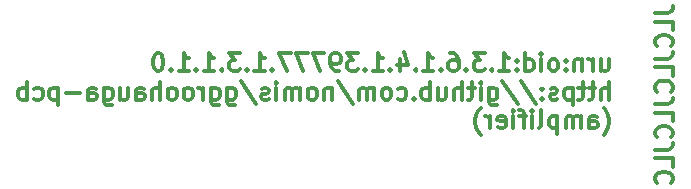
<source format=gbo>
G04 #@! TF.GenerationSoftware,KiCad,Pcbnew,8.0.9-8.0.9-0~ubuntu20.04.1*
G04 #@! TF.CreationDate,2025-03-28T22:00:34+00:00*
G04 #@! TF.ProjectId,ggroohauga-amplifier,6767726f-6f68-4617-9567-612d616d706c,rev?*
G04 #@! TF.SameCoordinates,Original*
G04 #@! TF.FileFunction,Legend,Bot*
G04 #@! TF.FilePolarity,Positive*
%FSLAX46Y46*%
G04 Gerber Fmt 4.6, Leading zero omitted, Abs format (unit mm)*
G04 Created by KiCad (PCBNEW 8.0.9-8.0.9-0~ubuntu20.04.1) date 2025-03-28 22:00:34*
%MOMM*%
%LPD*%
G01*
G04 APERTURE LIST*
G04 Aperture macros list*
%AMRoundRect*
0 Rectangle with rounded corners*
0 $1 Rounding radius*
0 $2 $3 $4 $5 $6 $7 $8 $9 X,Y pos of 4 corners*
0 Add a 4 corners polygon primitive as box body*
4,1,4,$2,$3,$4,$5,$6,$7,$8,$9,$2,$3,0*
0 Add four circle primitives for the rounded corners*
1,1,$1+$1,$2,$3*
1,1,$1+$1,$4,$5*
1,1,$1+$1,$6,$7*
1,1,$1+$1,$8,$9*
0 Add four rect primitives between the rounded corners*
20,1,$1+$1,$2,$3,$4,$5,0*
20,1,$1+$1,$4,$5,$6,$7,0*
20,1,$1+$1,$6,$7,$8,$9,0*
20,1,$1+$1,$8,$9,$2,$3,0*%
G04 Aperture macros list end*
%ADD10C,0.300000*%
%ADD11R,1.700000X1.700000*%
%ADD12O,1.700000X1.700000*%
%ADD13RoundRect,0.102000X-0.862500X0.862500X-0.862500X-0.862500X0.862500X-0.862500X0.862500X0.862500X0*%
%ADD14C,1.929000*%
%ADD15C,4.470000*%
G04 APERTURE END LIST*
D10*
X134444828Y-59403082D02*
X135516257Y-59403082D01*
X135516257Y-59403082D02*
X135730542Y-59331653D01*
X135730542Y-59331653D02*
X135873400Y-59188796D01*
X135873400Y-59188796D02*
X135944828Y-58974510D01*
X135944828Y-58974510D02*
X135944828Y-58831653D01*
X135944828Y-60831653D02*
X135944828Y-60117367D01*
X135944828Y-60117367D02*
X134444828Y-60117367D01*
X135801971Y-62188796D02*
X135873400Y-62117368D01*
X135873400Y-62117368D02*
X135944828Y-61903082D01*
X135944828Y-61903082D02*
X135944828Y-61760225D01*
X135944828Y-61760225D02*
X135873400Y-61545939D01*
X135873400Y-61545939D02*
X135730542Y-61403082D01*
X135730542Y-61403082D02*
X135587685Y-61331653D01*
X135587685Y-61331653D02*
X135301971Y-61260225D01*
X135301971Y-61260225D02*
X135087685Y-61260225D01*
X135087685Y-61260225D02*
X134801971Y-61331653D01*
X134801971Y-61331653D02*
X134659114Y-61403082D01*
X134659114Y-61403082D02*
X134516257Y-61545939D01*
X134516257Y-61545939D02*
X134444828Y-61760225D01*
X134444828Y-61760225D02*
X134444828Y-61903082D01*
X134444828Y-61903082D02*
X134516257Y-62117368D01*
X134516257Y-62117368D02*
X134587685Y-62188796D01*
X134444828Y-63260225D02*
X135516257Y-63260225D01*
X135516257Y-63260225D02*
X135730542Y-63188796D01*
X135730542Y-63188796D02*
X135873400Y-63045939D01*
X135873400Y-63045939D02*
X135944828Y-62831653D01*
X135944828Y-62831653D02*
X135944828Y-62688796D01*
X135944828Y-64688796D02*
X135944828Y-63974510D01*
X135944828Y-63974510D02*
X134444828Y-63974510D01*
X135801971Y-66045939D02*
X135873400Y-65974511D01*
X135873400Y-65974511D02*
X135944828Y-65760225D01*
X135944828Y-65760225D02*
X135944828Y-65617368D01*
X135944828Y-65617368D02*
X135873400Y-65403082D01*
X135873400Y-65403082D02*
X135730542Y-65260225D01*
X135730542Y-65260225D02*
X135587685Y-65188796D01*
X135587685Y-65188796D02*
X135301971Y-65117368D01*
X135301971Y-65117368D02*
X135087685Y-65117368D01*
X135087685Y-65117368D02*
X134801971Y-65188796D01*
X134801971Y-65188796D02*
X134659114Y-65260225D01*
X134659114Y-65260225D02*
X134516257Y-65403082D01*
X134516257Y-65403082D02*
X134444828Y-65617368D01*
X134444828Y-65617368D02*
X134444828Y-65760225D01*
X134444828Y-65760225D02*
X134516257Y-65974511D01*
X134516257Y-65974511D02*
X134587685Y-66045939D01*
X134444828Y-67117368D02*
X135516257Y-67117368D01*
X135516257Y-67117368D02*
X135730542Y-67045939D01*
X135730542Y-67045939D02*
X135873400Y-66903082D01*
X135873400Y-66903082D02*
X135944828Y-66688796D01*
X135944828Y-66688796D02*
X135944828Y-66545939D01*
X135944828Y-68545939D02*
X135944828Y-67831653D01*
X135944828Y-67831653D02*
X134444828Y-67831653D01*
X135801971Y-69903082D02*
X135873400Y-69831654D01*
X135873400Y-69831654D02*
X135944828Y-69617368D01*
X135944828Y-69617368D02*
X135944828Y-69474511D01*
X135944828Y-69474511D02*
X135873400Y-69260225D01*
X135873400Y-69260225D02*
X135730542Y-69117368D01*
X135730542Y-69117368D02*
X135587685Y-69045939D01*
X135587685Y-69045939D02*
X135301971Y-68974511D01*
X135301971Y-68974511D02*
X135087685Y-68974511D01*
X135087685Y-68974511D02*
X134801971Y-69045939D01*
X134801971Y-69045939D02*
X134659114Y-69117368D01*
X134659114Y-69117368D02*
X134516257Y-69260225D01*
X134516257Y-69260225D02*
X134444828Y-69474511D01*
X134444828Y-69474511D02*
X134444828Y-69617368D01*
X134444828Y-69617368D02*
X134516257Y-69831654D01*
X134516257Y-69831654D02*
X134587685Y-69903082D01*
X134444828Y-70974511D02*
X135516257Y-70974511D01*
X135516257Y-70974511D02*
X135730542Y-70903082D01*
X135730542Y-70903082D02*
X135873400Y-70760225D01*
X135873400Y-70760225D02*
X135944828Y-70545939D01*
X135944828Y-70545939D02*
X135944828Y-70403082D01*
X135944828Y-72403082D02*
X135944828Y-71688796D01*
X135944828Y-71688796D02*
X134444828Y-71688796D01*
X135801971Y-73760225D02*
X135873400Y-73688797D01*
X135873400Y-73688797D02*
X135944828Y-73474511D01*
X135944828Y-73474511D02*
X135944828Y-73331654D01*
X135944828Y-73331654D02*
X135873400Y-73117368D01*
X135873400Y-73117368D02*
X135730542Y-72974511D01*
X135730542Y-72974511D02*
X135587685Y-72903082D01*
X135587685Y-72903082D02*
X135301971Y-72831654D01*
X135301971Y-72831654D02*
X135087685Y-72831654D01*
X135087685Y-72831654D02*
X134801971Y-72903082D01*
X134801971Y-72903082D02*
X134659114Y-72974511D01*
X134659114Y-72974511D02*
X134516257Y-73117368D01*
X134516257Y-73117368D02*
X134444828Y-73331654D01*
X134444828Y-73331654D02*
X134444828Y-73474511D01*
X134444828Y-73474511D02*
X134516257Y-73688797D01*
X134516257Y-73688797D02*
X134587685Y-73760225D01*
X129866632Y-63303412D02*
X129866632Y-64303412D01*
X130509489Y-63303412D02*
X130509489Y-64089126D01*
X130509489Y-64089126D02*
X130438060Y-64231984D01*
X130438060Y-64231984D02*
X130295203Y-64303412D01*
X130295203Y-64303412D02*
X130080917Y-64303412D01*
X130080917Y-64303412D02*
X129938060Y-64231984D01*
X129938060Y-64231984D02*
X129866632Y-64160555D01*
X129152346Y-64303412D02*
X129152346Y-63303412D01*
X129152346Y-63589126D02*
X129080917Y-63446269D01*
X129080917Y-63446269D02*
X129009489Y-63374841D01*
X129009489Y-63374841D02*
X128866631Y-63303412D01*
X128866631Y-63303412D02*
X128723774Y-63303412D01*
X128223775Y-63303412D02*
X128223775Y-64303412D01*
X128223775Y-63446269D02*
X128152346Y-63374841D01*
X128152346Y-63374841D02*
X128009489Y-63303412D01*
X128009489Y-63303412D02*
X127795203Y-63303412D01*
X127795203Y-63303412D02*
X127652346Y-63374841D01*
X127652346Y-63374841D02*
X127580918Y-63517698D01*
X127580918Y-63517698D02*
X127580918Y-64303412D01*
X126866632Y-64160555D02*
X126795203Y-64231984D01*
X126795203Y-64231984D02*
X126866632Y-64303412D01*
X126866632Y-64303412D02*
X126938060Y-64231984D01*
X126938060Y-64231984D02*
X126866632Y-64160555D01*
X126866632Y-64160555D02*
X126866632Y-64303412D01*
X126866632Y-63374841D02*
X126795203Y-63446269D01*
X126795203Y-63446269D02*
X126866632Y-63517698D01*
X126866632Y-63517698D02*
X126938060Y-63446269D01*
X126938060Y-63446269D02*
X126866632Y-63374841D01*
X126866632Y-63374841D02*
X126866632Y-63517698D01*
X125938060Y-64303412D02*
X126080917Y-64231984D01*
X126080917Y-64231984D02*
X126152346Y-64160555D01*
X126152346Y-64160555D02*
X126223774Y-64017698D01*
X126223774Y-64017698D02*
X126223774Y-63589126D01*
X126223774Y-63589126D02*
X126152346Y-63446269D01*
X126152346Y-63446269D02*
X126080917Y-63374841D01*
X126080917Y-63374841D02*
X125938060Y-63303412D01*
X125938060Y-63303412D02*
X125723774Y-63303412D01*
X125723774Y-63303412D02*
X125580917Y-63374841D01*
X125580917Y-63374841D02*
X125509489Y-63446269D01*
X125509489Y-63446269D02*
X125438060Y-63589126D01*
X125438060Y-63589126D02*
X125438060Y-64017698D01*
X125438060Y-64017698D02*
X125509489Y-64160555D01*
X125509489Y-64160555D02*
X125580917Y-64231984D01*
X125580917Y-64231984D02*
X125723774Y-64303412D01*
X125723774Y-64303412D02*
X125938060Y-64303412D01*
X124795203Y-64303412D02*
X124795203Y-63303412D01*
X124795203Y-62803412D02*
X124866631Y-62874841D01*
X124866631Y-62874841D02*
X124795203Y-62946269D01*
X124795203Y-62946269D02*
X124723774Y-62874841D01*
X124723774Y-62874841D02*
X124795203Y-62803412D01*
X124795203Y-62803412D02*
X124795203Y-62946269D01*
X123438060Y-64303412D02*
X123438060Y-62803412D01*
X123438060Y-64231984D02*
X123580917Y-64303412D01*
X123580917Y-64303412D02*
X123866631Y-64303412D01*
X123866631Y-64303412D02*
X124009488Y-64231984D01*
X124009488Y-64231984D02*
X124080917Y-64160555D01*
X124080917Y-64160555D02*
X124152345Y-64017698D01*
X124152345Y-64017698D02*
X124152345Y-63589126D01*
X124152345Y-63589126D02*
X124080917Y-63446269D01*
X124080917Y-63446269D02*
X124009488Y-63374841D01*
X124009488Y-63374841D02*
X123866631Y-63303412D01*
X123866631Y-63303412D02*
X123580917Y-63303412D01*
X123580917Y-63303412D02*
X123438060Y-63374841D01*
X122723774Y-64160555D02*
X122652345Y-64231984D01*
X122652345Y-64231984D02*
X122723774Y-64303412D01*
X122723774Y-64303412D02*
X122795202Y-64231984D01*
X122795202Y-64231984D02*
X122723774Y-64160555D01*
X122723774Y-64160555D02*
X122723774Y-64303412D01*
X122723774Y-63374841D02*
X122652345Y-63446269D01*
X122652345Y-63446269D02*
X122723774Y-63517698D01*
X122723774Y-63517698D02*
X122795202Y-63446269D01*
X122795202Y-63446269D02*
X122723774Y-63374841D01*
X122723774Y-63374841D02*
X122723774Y-63517698D01*
X121223773Y-64303412D02*
X122080916Y-64303412D01*
X121652345Y-64303412D02*
X121652345Y-62803412D01*
X121652345Y-62803412D02*
X121795202Y-63017698D01*
X121795202Y-63017698D02*
X121938059Y-63160555D01*
X121938059Y-63160555D02*
X122080916Y-63231984D01*
X120580917Y-64160555D02*
X120509488Y-64231984D01*
X120509488Y-64231984D02*
X120580917Y-64303412D01*
X120580917Y-64303412D02*
X120652345Y-64231984D01*
X120652345Y-64231984D02*
X120580917Y-64160555D01*
X120580917Y-64160555D02*
X120580917Y-64303412D01*
X120009488Y-62803412D02*
X119080916Y-62803412D01*
X119080916Y-62803412D02*
X119580916Y-63374841D01*
X119580916Y-63374841D02*
X119366631Y-63374841D01*
X119366631Y-63374841D02*
X119223774Y-63446269D01*
X119223774Y-63446269D02*
X119152345Y-63517698D01*
X119152345Y-63517698D02*
X119080916Y-63660555D01*
X119080916Y-63660555D02*
X119080916Y-64017698D01*
X119080916Y-64017698D02*
X119152345Y-64160555D01*
X119152345Y-64160555D02*
X119223774Y-64231984D01*
X119223774Y-64231984D02*
X119366631Y-64303412D01*
X119366631Y-64303412D02*
X119795202Y-64303412D01*
X119795202Y-64303412D02*
X119938059Y-64231984D01*
X119938059Y-64231984D02*
X120009488Y-64160555D01*
X118438060Y-64160555D02*
X118366631Y-64231984D01*
X118366631Y-64231984D02*
X118438060Y-64303412D01*
X118438060Y-64303412D02*
X118509488Y-64231984D01*
X118509488Y-64231984D02*
X118438060Y-64160555D01*
X118438060Y-64160555D02*
X118438060Y-64303412D01*
X117080917Y-62803412D02*
X117366631Y-62803412D01*
X117366631Y-62803412D02*
X117509488Y-62874841D01*
X117509488Y-62874841D02*
X117580917Y-62946269D01*
X117580917Y-62946269D02*
X117723774Y-63160555D01*
X117723774Y-63160555D02*
X117795202Y-63446269D01*
X117795202Y-63446269D02*
X117795202Y-64017698D01*
X117795202Y-64017698D02*
X117723774Y-64160555D01*
X117723774Y-64160555D02*
X117652345Y-64231984D01*
X117652345Y-64231984D02*
X117509488Y-64303412D01*
X117509488Y-64303412D02*
X117223774Y-64303412D01*
X117223774Y-64303412D02*
X117080917Y-64231984D01*
X117080917Y-64231984D02*
X117009488Y-64160555D01*
X117009488Y-64160555D02*
X116938059Y-64017698D01*
X116938059Y-64017698D02*
X116938059Y-63660555D01*
X116938059Y-63660555D02*
X117009488Y-63517698D01*
X117009488Y-63517698D02*
X117080917Y-63446269D01*
X117080917Y-63446269D02*
X117223774Y-63374841D01*
X117223774Y-63374841D02*
X117509488Y-63374841D01*
X117509488Y-63374841D02*
X117652345Y-63446269D01*
X117652345Y-63446269D02*
X117723774Y-63517698D01*
X117723774Y-63517698D02*
X117795202Y-63660555D01*
X116295203Y-64160555D02*
X116223774Y-64231984D01*
X116223774Y-64231984D02*
X116295203Y-64303412D01*
X116295203Y-64303412D02*
X116366631Y-64231984D01*
X116366631Y-64231984D02*
X116295203Y-64160555D01*
X116295203Y-64160555D02*
X116295203Y-64303412D01*
X114795202Y-64303412D02*
X115652345Y-64303412D01*
X115223774Y-64303412D02*
X115223774Y-62803412D01*
X115223774Y-62803412D02*
X115366631Y-63017698D01*
X115366631Y-63017698D02*
X115509488Y-63160555D01*
X115509488Y-63160555D02*
X115652345Y-63231984D01*
X114152346Y-64160555D02*
X114080917Y-64231984D01*
X114080917Y-64231984D02*
X114152346Y-64303412D01*
X114152346Y-64303412D02*
X114223774Y-64231984D01*
X114223774Y-64231984D02*
X114152346Y-64160555D01*
X114152346Y-64160555D02*
X114152346Y-64303412D01*
X112795203Y-63303412D02*
X112795203Y-64303412D01*
X113152345Y-62731984D02*
X113509488Y-63803412D01*
X113509488Y-63803412D02*
X112580917Y-63803412D01*
X112009489Y-64160555D02*
X111938060Y-64231984D01*
X111938060Y-64231984D02*
X112009489Y-64303412D01*
X112009489Y-64303412D02*
X112080917Y-64231984D01*
X112080917Y-64231984D02*
X112009489Y-64160555D01*
X112009489Y-64160555D02*
X112009489Y-64303412D01*
X110509488Y-64303412D02*
X111366631Y-64303412D01*
X110938060Y-64303412D02*
X110938060Y-62803412D01*
X110938060Y-62803412D02*
X111080917Y-63017698D01*
X111080917Y-63017698D02*
X111223774Y-63160555D01*
X111223774Y-63160555D02*
X111366631Y-63231984D01*
X109866632Y-64160555D02*
X109795203Y-64231984D01*
X109795203Y-64231984D02*
X109866632Y-64303412D01*
X109866632Y-64303412D02*
X109938060Y-64231984D01*
X109938060Y-64231984D02*
X109866632Y-64160555D01*
X109866632Y-64160555D02*
X109866632Y-64303412D01*
X109295203Y-62803412D02*
X108366631Y-62803412D01*
X108366631Y-62803412D02*
X108866631Y-63374841D01*
X108866631Y-63374841D02*
X108652346Y-63374841D01*
X108652346Y-63374841D02*
X108509489Y-63446269D01*
X108509489Y-63446269D02*
X108438060Y-63517698D01*
X108438060Y-63517698D02*
X108366631Y-63660555D01*
X108366631Y-63660555D02*
X108366631Y-64017698D01*
X108366631Y-64017698D02*
X108438060Y-64160555D01*
X108438060Y-64160555D02*
X108509489Y-64231984D01*
X108509489Y-64231984D02*
X108652346Y-64303412D01*
X108652346Y-64303412D02*
X109080917Y-64303412D01*
X109080917Y-64303412D02*
X109223774Y-64231984D01*
X109223774Y-64231984D02*
X109295203Y-64160555D01*
X107652346Y-64303412D02*
X107366632Y-64303412D01*
X107366632Y-64303412D02*
X107223775Y-64231984D01*
X107223775Y-64231984D02*
X107152346Y-64160555D01*
X107152346Y-64160555D02*
X107009489Y-63946269D01*
X107009489Y-63946269D02*
X106938060Y-63660555D01*
X106938060Y-63660555D02*
X106938060Y-63089126D01*
X106938060Y-63089126D02*
X107009489Y-62946269D01*
X107009489Y-62946269D02*
X107080918Y-62874841D01*
X107080918Y-62874841D02*
X107223775Y-62803412D01*
X107223775Y-62803412D02*
X107509489Y-62803412D01*
X107509489Y-62803412D02*
X107652346Y-62874841D01*
X107652346Y-62874841D02*
X107723775Y-62946269D01*
X107723775Y-62946269D02*
X107795203Y-63089126D01*
X107795203Y-63089126D02*
X107795203Y-63446269D01*
X107795203Y-63446269D02*
X107723775Y-63589126D01*
X107723775Y-63589126D02*
X107652346Y-63660555D01*
X107652346Y-63660555D02*
X107509489Y-63731984D01*
X107509489Y-63731984D02*
X107223775Y-63731984D01*
X107223775Y-63731984D02*
X107080918Y-63660555D01*
X107080918Y-63660555D02*
X107009489Y-63589126D01*
X107009489Y-63589126D02*
X106938060Y-63446269D01*
X106438061Y-62803412D02*
X105438061Y-62803412D01*
X105438061Y-62803412D02*
X106080918Y-64303412D01*
X105009490Y-62803412D02*
X104009490Y-62803412D01*
X104009490Y-62803412D02*
X104652347Y-64303412D01*
X103580919Y-62803412D02*
X102580919Y-62803412D01*
X102580919Y-62803412D02*
X103223776Y-64303412D01*
X102009491Y-64160555D02*
X101938062Y-64231984D01*
X101938062Y-64231984D02*
X102009491Y-64303412D01*
X102009491Y-64303412D02*
X102080919Y-64231984D01*
X102080919Y-64231984D02*
X102009491Y-64160555D01*
X102009491Y-64160555D02*
X102009491Y-64303412D01*
X100509490Y-64303412D02*
X101366633Y-64303412D01*
X100938062Y-64303412D02*
X100938062Y-62803412D01*
X100938062Y-62803412D02*
X101080919Y-63017698D01*
X101080919Y-63017698D02*
X101223776Y-63160555D01*
X101223776Y-63160555D02*
X101366633Y-63231984D01*
X99866634Y-64160555D02*
X99795205Y-64231984D01*
X99795205Y-64231984D02*
X99866634Y-64303412D01*
X99866634Y-64303412D02*
X99938062Y-64231984D01*
X99938062Y-64231984D02*
X99866634Y-64160555D01*
X99866634Y-64160555D02*
X99866634Y-64303412D01*
X99295205Y-62803412D02*
X98366633Y-62803412D01*
X98366633Y-62803412D02*
X98866633Y-63374841D01*
X98866633Y-63374841D02*
X98652348Y-63374841D01*
X98652348Y-63374841D02*
X98509491Y-63446269D01*
X98509491Y-63446269D02*
X98438062Y-63517698D01*
X98438062Y-63517698D02*
X98366633Y-63660555D01*
X98366633Y-63660555D02*
X98366633Y-64017698D01*
X98366633Y-64017698D02*
X98438062Y-64160555D01*
X98438062Y-64160555D02*
X98509491Y-64231984D01*
X98509491Y-64231984D02*
X98652348Y-64303412D01*
X98652348Y-64303412D02*
X99080919Y-64303412D01*
X99080919Y-64303412D02*
X99223776Y-64231984D01*
X99223776Y-64231984D02*
X99295205Y-64160555D01*
X97723777Y-64160555D02*
X97652348Y-64231984D01*
X97652348Y-64231984D02*
X97723777Y-64303412D01*
X97723777Y-64303412D02*
X97795205Y-64231984D01*
X97795205Y-64231984D02*
X97723777Y-64160555D01*
X97723777Y-64160555D02*
X97723777Y-64303412D01*
X96223776Y-64303412D02*
X97080919Y-64303412D01*
X96652348Y-64303412D02*
X96652348Y-62803412D01*
X96652348Y-62803412D02*
X96795205Y-63017698D01*
X96795205Y-63017698D02*
X96938062Y-63160555D01*
X96938062Y-63160555D02*
X97080919Y-63231984D01*
X95580920Y-64160555D02*
X95509491Y-64231984D01*
X95509491Y-64231984D02*
X95580920Y-64303412D01*
X95580920Y-64303412D02*
X95652348Y-64231984D01*
X95652348Y-64231984D02*
X95580920Y-64160555D01*
X95580920Y-64160555D02*
X95580920Y-64303412D01*
X94080919Y-64303412D02*
X94938062Y-64303412D01*
X94509491Y-64303412D02*
X94509491Y-62803412D01*
X94509491Y-62803412D02*
X94652348Y-63017698D01*
X94652348Y-63017698D02*
X94795205Y-63160555D01*
X94795205Y-63160555D02*
X94938062Y-63231984D01*
X93438063Y-64160555D02*
X93366634Y-64231984D01*
X93366634Y-64231984D02*
X93438063Y-64303412D01*
X93438063Y-64303412D02*
X93509491Y-64231984D01*
X93509491Y-64231984D02*
X93438063Y-64160555D01*
X93438063Y-64160555D02*
X93438063Y-64303412D01*
X92438062Y-62803412D02*
X92295205Y-62803412D01*
X92295205Y-62803412D02*
X92152348Y-62874841D01*
X92152348Y-62874841D02*
X92080920Y-62946269D01*
X92080920Y-62946269D02*
X92009491Y-63089126D01*
X92009491Y-63089126D02*
X91938062Y-63374841D01*
X91938062Y-63374841D02*
X91938062Y-63731984D01*
X91938062Y-63731984D02*
X92009491Y-64017698D01*
X92009491Y-64017698D02*
X92080920Y-64160555D01*
X92080920Y-64160555D02*
X92152348Y-64231984D01*
X92152348Y-64231984D02*
X92295205Y-64303412D01*
X92295205Y-64303412D02*
X92438062Y-64303412D01*
X92438062Y-64303412D02*
X92580920Y-64231984D01*
X92580920Y-64231984D02*
X92652348Y-64160555D01*
X92652348Y-64160555D02*
X92723777Y-64017698D01*
X92723777Y-64017698D02*
X92795205Y-63731984D01*
X92795205Y-63731984D02*
X92795205Y-63374841D01*
X92795205Y-63374841D02*
X92723777Y-63089126D01*
X92723777Y-63089126D02*
X92652348Y-62946269D01*
X92652348Y-62946269D02*
X92580920Y-62874841D01*
X92580920Y-62874841D02*
X92438062Y-62803412D01*
X130509489Y-66718328D02*
X130509489Y-65218328D01*
X129866632Y-66718328D02*
X129866632Y-65932614D01*
X129866632Y-65932614D02*
X129938060Y-65789757D01*
X129938060Y-65789757D02*
X130080917Y-65718328D01*
X130080917Y-65718328D02*
X130295203Y-65718328D01*
X130295203Y-65718328D02*
X130438060Y-65789757D01*
X130438060Y-65789757D02*
X130509489Y-65861185D01*
X129366631Y-65718328D02*
X128795203Y-65718328D01*
X129152346Y-65218328D02*
X129152346Y-66504042D01*
X129152346Y-66504042D02*
X129080917Y-66646900D01*
X129080917Y-66646900D02*
X128938060Y-66718328D01*
X128938060Y-66718328D02*
X128795203Y-66718328D01*
X128509488Y-65718328D02*
X127938060Y-65718328D01*
X128295203Y-65218328D02*
X128295203Y-66504042D01*
X128295203Y-66504042D02*
X128223774Y-66646900D01*
X128223774Y-66646900D02*
X128080917Y-66718328D01*
X128080917Y-66718328D02*
X127938060Y-66718328D01*
X127438060Y-65718328D02*
X127438060Y-67218328D01*
X127438060Y-65789757D02*
X127295203Y-65718328D01*
X127295203Y-65718328D02*
X127009488Y-65718328D01*
X127009488Y-65718328D02*
X126866631Y-65789757D01*
X126866631Y-65789757D02*
X126795203Y-65861185D01*
X126795203Y-65861185D02*
X126723774Y-66004042D01*
X126723774Y-66004042D02*
X126723774Y-66432614D01*
X126723774Y-66432614D02*
X126795203Y-66575471D01*
X126795203Y-66575471D02*
X126866631Y-66646900D01*
X126866631Y-66646900D02*
X127009488Y-66718328D01*
X127009488Y-66718328D02*
X127295203Y-66718328D01*
X127295203Y-66718328D02*
X127438060Y-66646900D01*
X126152345Y-66646900D02*
X126009488Y-66718328D01*
X126009488Y-66718328D02*
X125723774Y-66718328D01*
X125723774Y-66718328D02*
X125580917Y-66646900D01*
X125580917Y-66646900D02*
X125509488Y-66504042D01*
X125509488Y-66504042D02*
X125509488Y-66432614D01*
X125509488Y-66432614D02*
X125580917Y-66289757D01*
X125580917Y-66289757D02*
X125723774Y-66218328D01*
X125723774Y-66218328D02*
X125938060Y-66218328D01*
X125938060Y-66218328D02*
X126080917Y-66146900D01*
X126080917Y-66146900D02*
X126152345Y-66004042D01*
X126152345Y-66004042D02*
X126152345Y-65932614D01*
X126152345Y-65932614D02*
X126080917Y-65789757D01*
X126080917Y-65789757D02*
X125938060Y-65718328D01*
X125938060Y-65718328D02*
X125723774Y-65718328D01*
X125723774Y-65718328D02*
X125580917Y-65789757D01*
X124866631Y-66575471D02*
X124795202Y-66646900D01*
X124795202Y-66646900D02*
X124866631Y-66718328D01*
X124866631Y-66718328D02*
X124938059Y-66646900D01*
X124938059Y-66646900D02*
X124866631Y-66575471D01*
X124866631Y-66575471D02*
X124866631Y-66718328D01*
X124866631Y-65789757D02*
X124795202Y-65861185D01*
X124795202Y-65861185D02*
X124866631Y-65932614D01*
X124866631Y-65932614D02*
X124938059Y-65861185D01*
X124938059Y-65861185D02*
X124866631Y-65789757D01*
X124866631Y-65789757D02*
X124866631Y-65932614D01*
X123080916Y-65146900D02*
X124366630Y-67075471D01*
X121509487Y-65146900D02*
X122795201Y-67075471D01*
X120366630Y-65718328D02*
X120366630Y-66932614D01*
X120366630Y-66932614D02*
X120438058Y-67075471D01*
X120438058Y-67075471D02*
X120509487Y-67146900D01*
X120509487Y-67146900D02*
X120652344Y-67218328D01*
X120652344Y-67218328D02*
X120866630Y-67218328D01*
X120866630Y-67218328D02*
X121009487Y-67146900D01*
X120366630Y-66646900D02*
X120509487Y-66718328D01*
X120509487Y-66718328D02*
X120795201Y-66718328D01*
X120795201Y-66718328D02*
X120938058Y-66646900D01*
X120938058Y-66646900D02*
X121009487Y-66575471D01*
X121009487Y-66575471D02*
X121080915Y-66432614D01*
X121080915Y-66432614D02*
X121080915Y-66004042D01*
X121080915Y-66004042D02*
X121009487Y-65861185D01*
X121009487Y-65861185D02*
X120938058Y-65789757D01*
X120938058Y-65789757D02*
X120795201Y-65718328D01*
X120795201Y-65718328D02*
X120509487Y-65718328D01*
X120509487Y-65718328D02*
X120366630Y-65789757D01*
X119652344Y-66718328D02*
X119652344Y-65718328D01*
X119652344Y-65218328D02*
X119723772Y-65289757D01*
X119723772Y-65289757D02*
X119652344Y-65361185D01*
X119652344Y-65361185D02*
X119580915Y-65289757D01*
X119580915Y-65289757D02*
X119652344Y-65218328D01*
X119652344Y-65218328D02*
X119652344Y-65361185D01*
X119152343Y-65718328D02*
X118580915Y-65718328D01*
X118938058Y-65218328D02*
X118938058Y-66504042D01*
X118938058Y-66504042D02*
X118866629Y-66646900D01*
X118866629Y-66646900D02*
X118723772Y-66718328D01*
X118723772Y-66718328D02*
X118580915Y-66718328D01*
X118080915Y-66718328D02*
X118080915Y-65218328D01*
X117438058Y-66718328D02*
X117438058Y-65932614D01*
X117438058Y-65932614D02*
X117509486Y-65789757D01*
X117509486Y-65789757D02*
X117652343Y-65718328D01*
X117652343Y-65718328D02*
X117866629Y-65718328D01*
X117866629Y-65718328D02*
X118009486Y-65789757D01*
X118009486Y-65789757D02*
X118080915Y-65861185D01*
X116080915Y-65718328D02*
X116080915Y-66718328D01*
X116723772Y-65718328D02*
X116723772Y-66504042D01*
X116723772Y-66504042D02*
X116652343Y-66646900D01*
X116652343Y-66646900D02*
X116509486Y-66718328D01*
X116509486Y-66718328D02*
X116295200Y-66718328D01*
X116295200Y-66718328D02*
X116152343Y-66646900D01*
X116152343Y-66646900D02*
X116080915Y-66575471D01*
X115366629Y-66718328D02*
X115366629Y-65218328D01*
X115366629Y-65789757D02*
X115223772Y-65718328D01*
X115223772Y-65718328D02*
X114938057Y-65718328D01*
X114938057Y-65718328D02*
X114795200Y-65789757D01*
X114795200Y-65789757D02*
X114723772Y-65861185D01*
X114723772Y-65861185D02*
X114652343Y-66004042D01*
X114652343Y-66004042D02*
X114652343Y-66432614D01*
X114652343Y-66432614D02*
X114723772Y-66575471D01*
X114723772Y-66575471D02*
X114795200Y-66646900D01*
X114795200Y-66646900D02*
X114938057Y-66718328D01*
X114938057Y-66718328D02*
X115223772Y-66718328D01*
X115223772Y-66718328D02*
X115366629Y-66646900D01*
X114009486Y-66575471D02*
X113938057Y-66646900D01*
X113938057Y-66646900D02*
X114009486Y-66718328D01*
X114009486Y-66718328D02*
X114080914Y-66646900D01*
X114080914Y-66646900D02*
X114009486Y-66575471D01*
X114009486Y-66575471D02*
X114009486Y-66718328D01*
X112652343Y-66646900D02*
X112795200Y-66718328D01*
X112795200Y-66718328D02*
X113080914Y-66718328D01*
X113080914Y-66718328D02*
X113223771Y-66646900D01*
X113223771Y-66646900D02*
X113295200Y-66575471D01*
X113295200Y-66575471D02*
X113366628Y-66432614D01*
X113366628Y-66432614D02*
X113366628Y-66004042D01*
X113366628Y-66004042D02*
X113295200Y-65861185D01*
X113295200Y-65861185D02*
X113223771Y-65789757D01*
X113223771Y-65789757D02*
X113080914Y-65718328D01*
X113080914Y-65718328D02*
X112795200Y-65718328D01*
X112795200Y-65718328D02*
X112652343Y-65789757D01*
X111795200Y-66718328D02*
X111938057Y-66646900D01*
X111938057Y-66646900D02*
X112009486Y-66575471D01*
X112009486Y-66575471D02*
X112080914Y-66432614D01*
X112080914Y-66432614D02*
X112080914Y-66004042D01*
X112080914Y-66004042D02*
X112009486Y-65861185D01*
X112009486Y-65861185D02*
X111938057Y-65789757D01*
X111938057Y-65789757D02*
X111795200Y-65718328D01*
X111795200Y-65718328D02*
X111580914Y-65718328D01*
X111580914Y-65718328D02*
X111438057Y-65789757D01*
X111438057Y-65789757D02*
X111366629Y-65861185D01*
X111366629Y-65861185D02*
X111295200Y-66004042D01*
X111295200Y-66004042D02*
X111295200Y-66432614D01*
X111295200Y-66432614D02*
X111366629Y-66575471D01*
X111366629Y-66575471D02*
X111438057Y-66646900D01*
X111438057Y-66646900D02*
X111580914Y-66718328D01*
X111580914Y-66718328D02*
X111795200Y-66718328D01*
X110652343Y-66718328D02*
X110652343Y-65718328D01*
X110652343Y-65861185D02*
X110580914Y-65789757D01*
X110580914Y-65789757D02*
X110438057Y-65718328D01*
X110438057Y-65718328D02*
X110223771Y-65718328D01*
X110223771Y-65718328D02*
X110080914Y-65789757D01*
X110080914Y-65789757D02*
X110009486Y-65932614D01*
X110009486Y-65932614D02*
X110009486Y-66718328D01*
X110009486Y-65932614D02*
X109938057Y-65789757D01*
X109938057Y-65789757D02*
X109795200Y-65718328D01*
X109795200Y-65718328D02*
X109580914Y-65718328D01*
X109580914Y-65718328D02*
X109438057Y-65789757D01*
X109438057Y-65789757D02*
X109366628Y-65932614D01*
X109366628Y-65932614D02*
X109366628Y-66718328D01*
X107580914Y-65146900D02*
X108866628Y-67075471D01*
X107080914Y-65718328D02*
X107080914Y-66718328D01*
X107080914Y-65861185D02*
X107009485Y-65789757D01*
X107009485Y-65789757D02*
X106866628Y-65718328D01*
X106866628Y-65718328D02*
X106652342Y-65718328D01*
X106652342Y-65718328D02*
X106509485Y-65789757D01*
X106509485Y-65789757D02*
X106438057Y-65932614D01*
X106438057Y-65932614D02*
X106438057Y-66718328D01*
X105509485Y-66718328D02*
X105652342Y-66646900D01*
X105652342Y-66646900D02*
X105723771Y-66575471D01*
X105723771Y-66575471D02*
X105795199Y-66432614D01*
X105795199Y-66432614D02*
X105795199Y-66004042D01*
X105795199Y-66004042D02*
X105723771Y-65861185D01*
X105723771Y-65861185D02*
X105652342Y-65789757D01*
X105652342Y-65789757D02*
X105509485Y-65718328D01*
X105509485Y-65718328D02*
X105295199Y-65718328D01*
X105295199Y-65718328D02*
X105152342Y-65789757D01*
X105152342Y-65789757D02*
X105080914Y-65861185D01*
X105080914Y-65861185D02*
X105009485Y-66004042D01*
X105009485Y-66004042D02*
X105009485Y-66432614D01*
X105009485Y-66432614D02*
X105080914Y-66575471D01*
X105080914Y-66575471D02*
X105152342Y-66646900D01*
X105152342Y-66646900D02*
X105295199Y-66718328D01*
X105295199Y-66718328D02*
X105509485Y-66718328D01*
X104366628Y-66718328D02*
X104366628Y-65718328D01*
X104366628Y-65861185D02*
X104295199Y-65789757D01*
X104295199Y-65789757D02*
X104152342Y-65718328D01*
X104152342Y-65718328D02*
X103938056Y-65718328D01*
X103938056Y-65718328D02*
X103795199Y-65789757D01*
X103795199Y-65789757D02*
X103723771Y-65932614D01*
X103723771Y-65932614D02*
X103723771Y-66718328D01*
X103723771Y-65932614D02*
X103652342Y-65789757D01*
X103652342Y-65789757D02*
X103509485Y-65718328D01*
X103509485Y-65718328D02*
X103295199Y-65718328D01*
X103295199Y-65718328D02*
X103152342Y-65789757D01*
X103152342Y-65789757D02*
X103080913Y-65932614D01*
X103080913Y-65932614D02*
X103080913Y-66718328D01*
X102366628Y-66718328D02*
X102366628Y-65718328D01*
X102366628Y-65218328D02*
X102438056Y-65289757D01*
X102438056Y-65289757D02*
X102366628Y-65361185D01*
X102366628Y-65361185D02*
X102295199Y-65289757D01*
X102295199Y-65289757D02*
X102366628Y-65218328D01*
X102366628Y-65218328D02*
X102366628Y-65361185D01*
X101723770Y-66646900D02*
X101580913Y-66718328D01*
X101580913Y-66718328D02*
X101295199Y-66718328D01*
X101295199Y-66718328D02*
X101152342Y-66646900D01*
X101152342Y-66646900D02*
X101080913Y-66504042D01*
X101080913Y-66504042D02*
X101080913Y-66432614D01*
X101080913Y-66432614D02*
X101152342Y-66289757D01*
X101152342Y-66289757D02*
X101295199Y-66218328D01*
X101295199Y-66218328D02*
X101509485Y-66218328D01*
X101509485Y-66218328D02*
X101652342Y-66146900D01*
X101652342Y-66146900D02*
X101723770Y-66004042D01*
X101723770Y-66004042D02*
X101723770Y-65932614D01*
X101723770Y-65932614D02*
X101652342Y-65789757D01*
X101652342Y-65789757D02*
X101509485Y-65718328D01*
X101509485Y-65718328D02*
X101295199Y-65718328D01*
X101295199Y-65718328D02*
X101152342Y-65789757D01*
X99366627Y-65146900D02*
X100652341Y-67075471D01*
X98223770Y-65718328D02*
X98223770Y-66932614D01*
X98223770Y-66932614D02*
X98295198Y-67075471D01*
X98295198Y-67075471D02*
X98366627Y-67146900D01*
X98366627Y-67146900D02*
X98509484Y-67218328D01*
X98509484Y-67218328D02*
X98723770Y-67218328D01*
X98723770Y-67218328D02*
X98866627Y-67146900D01*
X98223770Y-66646900D02*
X98366627Y-66718328D01*
X98366627Y-66718328D02*
X98652341Y-66718328D01*
X98652341Y-66718328D02*
X98795198Y-66646900D01*
X98795198Y-66646900D02*
X98866627Y-66575471D01*
X98866627Y-66575471D02*
X98938055Y-66432614D01*
X98938055Y-66432614D02*
X98938055Y-66004042D01*
X98938055Y-66004042D02*
X98866627Y-65861185D01*
X98866627Y-65861185D02*
X98795198Y-65789757D01*
X98795198Y-65789757D02*
X98652341Y-65718328D01*
X98652341Y-65718328D02*
X98366627Y-65718328D01*
X98366627Y-65718328D02*
X98223770Y-65789757D01*
X96866627Y-65718328D02*
X96866627Y-66932614D01*
X96866627Y-66932614D02*
X96938055Y-67075471D01*
X96938055Y-67075471D02*
X97009484Y-67146900D01*
X97009484Y-67146900D02*
X97152341Y-67218328D01*
X97152341Y-67218328D02*
X97366627Y-67218328D01*
X97366627Y-67218328D02*
X97509484Y-67146900D01*
X96866627Y-66646900D02*
X97009484Y-66718328D01*
X97009484Y-66718328D02*
X97295198Y-66718328D01*
X97295198Y-66718328D02*
X97438055Y-66646900D01*
X97438055Y-66646900D02*
X97509484Y-66575471D01*
X97509484Y-66575471D02*
X97580912Y-66432614D01*
X97580912Y-66432614D02*
X97580912Y-66004042D01*
X97580912Y-66004042D02*
X97509484Y-65861185D01*
X97509484Y-65861185D02*
X97438055Y-65789757D01*
X97438055Y-65789757D02*
X97295198Y-65718328D01*
X97295198Y-65718328D02*
X97009484Y-65718328D01*
X97009484Y-65718328D02*
X96866627Y-65789757D01*
X96152341Y-66718328D02*
X96152341Y-65718328D01*
X96152341Y-66004042D02*
X96080912Y-65861185D01*
X96080912Y-65861185D02*
X96009484Y-65789757D01*
X96009484Y-65789757D02*
X95866626Y-65718328D01*
X95866626Y-65718328D02*
X95723769Y-65718328D01*
X95009484Y-66718328D02*
X95152341Y-66646900D01*
X95152341Y-66646900D02*
X95223770Y-66575471D01*
X95223770Y-66575471D02*
X95295198Y-66432614D01*
X95295198Y-66432614D02*
X95295198Y-66004042D01*
X95295198Y-66004042D02*
X95223770Y-65861185D01*
X95223770Y-65861185D02*
X95152341Y-65789757D01*
X95152341Y-65789757D02*
X95009484Y-65718328D01*
X95009484Y-65718328D02*
X94795198Y-65718328D01*
X94795198Y-65718328D02*
X94652341Y-65789757D01*
X94652341Y-65789757D02*
X94580913Y-65861185D01*
X94580913Y-65861185D02*
X94509484Y-66004042D01*
X94509484Y-66004042D02*
X94509484Y-66432614D01*
X94509484Y-66432614D02*
X94580913Y-66575471D01*
X94580913Y-66575471D02*
X94652341Y-66646900D01*
X94652341Y-66646900D02*
X94795198Y-66718328D01*
X94795198Y-66718328D02*
X95009484Y-66718328D01*
X93652341Y-66718328D02*
X93795198Y-66646900D01*
X93795198Y-66646900D02*
X93866627Y-66575471D01*
X93866627Y-66575471D02*
X93938055Y-66432614D01*
X93938055Y-66432614D02*
X93938055Y-66004042D01*
X93938055Y-66004042D02*
X93866627Y-65861185D01*
X93866627Y-65861185D02*
X93795198Y-65789757D01*
X93795198Y-65789757D02*
X93652341Y-65718328D01*
X93652341Y-65718328D02*
X93438055Y-65718328D01*
X93438055Y-65718328D02*
X93295198Y-65789757D01*
X93295198Y-65789757D02*
X93223770Y-65861185D01*
X93223770Y-65861185D02*
X93152341Y-66004042D01*
X93152341Y-66004042D02*
X93152341Y-66432614D01*
X93152341Y-66432614D02*
X93223770Y-66575471D01*
X93223770Y-66575471D02*
X93295198Y-66646900D01*
X93295198Y-66646900D02*
X93438055Y-66718328D01*
X93438055Y-66718328D02*
X93652341Y-66718328D01*
X92509484Y-66718328D02*
X92509484Y-65218328D01*
X91866627Y-66718328D02*
X91866627Y-65932614D01*
X91866627Y-65932614D02*
X91938055Y-65789757D01*
X91938055Y-65789757D02*
X92080912Y-65718328D01*
X92080912Y-65718328D02*
X92295198Y-65718328D01*
X92295198Y-65718328D02*
X92438055Y-65789757D01*
X92438055Y-65789757D02*
X92509484Y-65861185D01*
X90509484Y-66718328D02*
X90509484Y-65932614D01*
X90509484Y-65932614D02*
X90580912Y-65789757D01*
X90580912Y-65789757D02*
X90723769Y-65718328D01*
X90723769Y-65718328D02*
X91009484Y-65718328D01*
X91009484Y-65718328D02*
X91152341Y-65789757D01*
X90509484Y-66646900D02*
X90652341Y-66718328D01*
X90652341Y-66718328D02*
X91009484Y-66718328D01*
X91009484Y-66718328D02*
X91152341Y-66646900D01*
X91152341Y-66646900D02*
X91223769Y-66504042D01*
X91223769Y-66504042D02*
X91223769Y-66361185D01*
X91223769Y-66361185D02*
X91152341Y-66218328D01*
X91152341Y-66218328D02*
X91009484Y-66146900D01*
X91009484Y-66146900D02*
X90652341Y-66146900D01*
X90652341Y-66146900D02*
X90509484Y-66075471D01*
X89152341Y-65718328D02*
X89152341Y-66718328D01*
X89795198Y-65718328D02*
X89795198Y-66504042D01*
X89795198Y-66504042D02*
X89723769Y-66646900D01*
X89723769Y-66646900D02*
X89580912Y-66718328D01*
X89580912Y-66718328D02*
X89366626Y-66718328D01*
X89366626Y-66718328D02*
X89223769Y-66646900D01*
X89223769Y-66646900D02*
X89152341Y-66575471D01*
X87795198Y-65718328D02*
X87795198Y-66932614D01*
X87795198Y-66932614D02*
X87866626Y-67075471D01*
X87866626Y-67075471D02*
X87938055Y-67146900D01*
X87938055Y-67146900D02*
X88080912Y-67218328D01*
X88080912Y-67218328D02*
X88295198Y-67218328D01*
X88295198Y-67218328D02*
X88438055Y-67146900D01*
X87795198Y-66646900D02*
X87938055Y-66718328D01*
X87938055Y-66718328D02*
X88223769Y-66718328D01*
X88223769Y-66718328D02*
X88366626Y-66646900D01*
X88366626Y-66646900D02*
X88438055Y-66575471D01*
X88438055Y-66575471D02*
X88509483Y-66432614D01*
X88509483Y-66432614D02*
X88509483Y-66004042D01*
X88509483Y-66004042D02*
X88438055Y-65861185D01*
X88438055Y-65861185D02*
X88366626Y-65789757D01*
X88366626Y-65789757D02*
X88223769Y-65718328D01*
X88223769Y-65718328D02*
X87938055Y-65718328D01*
X87938055Y-65718328D02*
X87795198Y-65789757D01*
X86438055Y-66718328D02*
X86438055Y-65932614D01*
X86438055Y-65932614D02*
X86509483Y-65789757D01*
X86509483Y-65789757D02*
X86652340Y-65718328D01*
X86652340Y-65718328D02*
X86938055Y-65718328D01*
X86938055Y-65718328D02*
X87080912Y-65789757D01*
X86438055Y-66646900D02*
X86580912Y-66718328D01*
X86580912Y-66718328D02*
X86938055Y-66718328D01*
X86938055Y-66718328D02*
X87080912Y-66646900D01*
X87080912Y-66646900D02*
X87152340Y-66504042D01*
X87152340Y-66504042D02*
X87152340Y-66361185D01*
X87152340Y-66361185D02*
X87080912Y-66218328D01*
X87080912Y-66218328D02*
X86938055Y-66146900D01*
X86938055Y-66146900D02*
X86580912Y-66146900D01*
X86580912Y-66146900D02*
X86438055Y-66075471D01*
X85723769Y-66146900D02*
X84580912Y-66146900D01*
X83866626Y-65718328D02*
X83866626Y-67218328D01*
X83866626Y-65789757D02*
X83723769Y-65718328D01*
X83723769Y-65718328D02*
X83438054Y-65718328D01*
X83438054Y-65718328D02*
X83295197Y-65789757D01*
X83295197Y-65789757D02*
X83223769Y-65861185D01*
X83223769Y-65861185D02*
X83152340Y-66004042D01*
X83152340Y-66004042D02*
X83152340Y-66432614D01*
X83152340Y-66432614D02*
X83223769Y-66575471D01*
X83223769Y-66575471D02*
X83295197Y-66646900D01*
X83295197Y-66646900D02*
X83438054Y-66718328D01*
X83438054Y-66718328D02*
X83723769Y-66718328D01*
X83723769Y-66718328D02*
X83866626Y-66646900D01*
X81866626Y-66646900D02*
X82009483Y-66718328D01*
X82009483Y-66718328D02*
X82295197Y-66718328D01*
X82295197Y-66718328D02*
X82438054Y-66646900D01*
X82438054Y-66646900D02*
X82509483Y-66575471D01*
X82509483Y-66575471D02*
X82580911Y-66432614D01*
X82580911Y-66432614D02*
X82580911Y-66004042D01*
X82580911Y-66004042D02*
X82509483Y-65861185D01*
X82509483Y-65861185D02*
X82438054Y-65789757D01*
X82438054Y-65789757D02*
X82295197Y-65718328D01*
X82295197Y-65718328D02*
X82009483Y-65718328D01*
X82009483Y-65718328D02*
X81866626Y-65789757D01*
X81223769Y-66718328D02*
X81223769Y-65218328D01*
X81223769Y-65789757D02*
X81080912Y-65718328D01*
X81080912Y-65718328D02*
X80795197Y-65718328D01*
X80795197Y-65718328D02*
X80652340Y-65789757D01*
X80652340Y-65789757D02*
X80580912Y-65861185D01*
X80580912Y-65861185D02*
X80509483Y-66004042D01*
X80509483Y-66004042D02*
X80509483Y-66432614D01*
X80509483Y-66432614D02*
X80580912Y-66575471D01*
X80580912Y-66575471D02*
X80652340Y-66646900D01*
X80652340Y-66646900D02*
X80795197Y-66718328D01*
X80795197Y-66718328D02*
X81080912Y-66718328D01*
X81080912Y-66718328D02*
X81223769Y-66646900D01*
X130080917Y-69704673D02*
X130152346Y-69633244D01*
X130152346Y-69633244D02*
X130295203Y-69418958D01*
X130295203Y-69418958D02*
X130366632Y-69276101D01*
X130366632Y-69276101D02*
X130438060Y-69061816D01*
X130438060Y-69061816D02*
X130509489Y-68704673D01*
X130509489Y-68704673D02*
X130509489Y-68418958D01*
X130509489Y-68418958D02*
X130438060Y-68061816D01*
X130438060Y-68061816D02*
X130366632Y-67847530D01*
X130366632Y-67847530D02*
X130295203Y-67704673D01*
X130295203Y-67704673D02*
X130152346Y-67490387D01*
X130152346Y-67490387D02*
X130080917Y-67418958D01*
X128866632Y-69133244D02*
X128866632Y-68347530D01*
X128866632Y-68347530D02*
X128938060Y-68204673D01*
X128938060Y-68204673D02*
X129080917Y-68133244D01*
X129080917Y-68133244D02*
X129366632Y-68133244D01*
X129366632Y-68133244D02*
X129509489Y-68204673D01*
X128866632Y-69061816D02*
X129009489Y-69133244D01*
X129009489Y-69133244D02*
X129366632Y-69133244D01*
X129366632Y-69133244D02*
X129509489Y-69061816D01*
X129509489Y-69061816D02*
X129580917Y-68918958D01*
X129580917Y-68918958D02*
X129580917Y-68776101D01*
X129580917Y-68776101D02*
X129509489Y-68633244D01*
X129509489Y-68633244D02*
X129366632Y-68561816D01*
X129366632Y-68561816D02*
X129009489Y-68561816D01*
X129009489Y-68561816D02*
X128866632Y-68490387D01*
X128152346Y-69133244D02*
X128152346Y-68133244D01*
X128152346Y-68276101D02*
X128080917Y-68204673D01*
X128080917Y-68204673D02*
X127938060Y-68133244D01*
X127938060Y-68133244D02*
X127723774Y-68133244D01*
X127723774Y-68133244D02*
X127580917Y-68204673D01*
X127580917Y-68204673D02*
X127509489Y-68347530D01*
X127509489Y-68347530D02*
X127509489Y-69133244D01*
X127509489Y-68347530D02*
X127438060Y-68204673D01*
X127438060Y-68204673D02*
X127295203Y-68133244D01*
X127295203Y-68133244D02*
X127080917Y-68133244D01*
X127080917Y-68133244D02*
X126938060Y-68204673D01*
X126938060Y-68204673D02*
X126866631Y-68347530D01*
X126866631Y-68347530D02*
X126866631Y-69133244D01*
X126152346Y-68133244D02*
X126152346Y-69633244D01*
X126152346Y-68204673D02*
X126009489Y-68133244D01*
X126009489Y-68133244D02*
X125723774Y-68133244D01*
X125723774Y-68133244D02*
X125580917Y-68204673D01*
X125580917Y-68204673D02*
X125509489Y-68276101D01*
X125509489Y-68276101D02*
X125438060Y-68418958D01*
X125438060Y-68418958D02*
X125438060Y-68847530D01*
X125438060Y-68847530D02*
X125509489Y-68990387D01*
X125509489Y-68990387D02*
X125580917Y-69061816D01*
X125580917Y-69061816D02*
X125723774Y-69133244D01*
X125723774Y-69133244D02*
X126009489Y-69133244D01*
X126009489Y-69133244D02*
X126152346Y-69061816D01*
X124580917Y-69133244D02*
X124723774Y-69061816D01*
X124723774Y-69061816D02*
X124795203Y-68918958D01*
X124795203Y-68918958D02*
X124795203Y-67633244D01*
X124009489Y-69133244D02*
X124009489Y-68133244D01*
X124009489Y-67633244D02*
X124080917Y-67704673D01*
X124080917Y-67704673D02*
X124009489Y-67776101D01*
X124009489Y-67776101D02*
X123938060Y-67704673D01*
X123938060Y-67704673D02*
X124009489Y-67633244D01*
X124009489Y-67633244D02*
X124009489Y-67776101D01*
X123509488Y-68133244D02*
X122938060Y-68133244D01*
X123295203Y-69133244D02*
X123295203Y-67847530D01*
X123295203Y-67847530D02*
X123223774Y-67704673D01*
X123223774Y-67704673D02*
X123080917Y-67633244D01*
X123080917Y-67633244D02*
X122938060Y-67633244D01*
X122438060Y-69133244D02*
X122438060Y-68133244D01*
X122438060Y-67633244D02*
X122509488Y-67704673D01*
X122509488Y-67704673D02*
X122438060Y-67776101D01*
X122438060Y-67776101D02*
X122366631Y-67704673D01*
X122366631Y-67704673D02*
X122438060Y-67633244D01*
X122438060Y-67633244D02*
X122438060Y-67776101D01*
X121152345Y-69061816D02*
X121295202Y-69133244D01*
X121295202Y-69133244D02*
X121580917Y-69133244D01*
X121580917Y-69133244D02*
X121723774Y-69061816D01*
X121723774Y-69061816D02*
X121795202Y-68918958D01*
X121795202Y-68918958D02*
X121795202Y-68347530D01*
X121795202Y-68347530D02*
X121723774Y-68204673D01*
X121723774Y-68204673D02*
X121580917Y-68133244D01*
X121580917Y-68133244D02*
X121295202Y-68133244D01*
X121295202Y-68133244D02*
X121152345Y-68204673D01*
X121152345Y-68204673D02*
X121080917Y-68347530D01*
X121080917Y-68347530D02*
X121080917Y-68490387D01*
X121080917Y-68490387D02*
X121795202Y-68633244D01*
X120438060Y-69133244D02*
X120438060Y-68133244D01*
X120438060Y-68418958D02*
X120366631Y-68276101D01*
X120366631Y-68276101D02*
X120295203Y-68204673D01*
X120295203Y-68204673D02*
X120152345Y-68133244D01*
X120152345Y-68133244D02*
X120009488Y-68133244D01*
X119652346Y-69704673D02*
X119580917Y-69633244D01*
X119580917Y-69633244D02*
X119438060Y-69418958D01*
X119438060Y-69418958D02*
X119366632Y-69276101D01*
X119366632Y-69276101D02*
X119295203Y-69061816D01*
X119295203Y-69061816D02*
X119223774Y-68704673D01*
X119223774Y-68704673D02*
X119223774Y-68418958D01*
X119223774Y-68418958D02*
X119295203Y-68061816D01*
X119295203Y-68061816D02*
X119366632Y-67847530D01*
X119366632Y-67847530D02*
X119438060Y-67704673D01*
X119438060Y-67704673D02*
X119580917Y-67490387D01*
X119580917Y-67490387D02*
X119652346Y-67418958D01*
%LPC*%
D11*
X81534000Y-54610000D03*
D12*
X84074000Y-54610000D03*
X86614000Y-54610000D03*
X89154000Y-54610000D03*
X91694000Y-54610000D03*
X94234000Y-54610000D03*
X96774000Y-54610000D03*
X99314000Y-54610000D03*
X101854000Y-54610000D03*
X104394000Y-54610000D03*
X106934000Y-54610000D03*
X109474000Y-54610000D03*
X112014000Y-54610000D03*
X114554000Y-54610000D03*
X117094000Y-54610000D03*
X119634000Y-54610000D03*
X122174000Y-54610000D03*
X124714000Y-54610000D03*
X127254000Y-54610000D03*
X129794000Y-54610000D03*
D11*
X81534000Y-77470000D03*
D12*
X84074000Y-77470000D03*
X86614000Y-77470000D03*
X89154000Y-77470000D03*
X91694000Y-77470000D03*
X94234000Y-77470000D03*
X96774000Y-77470000D03*
X99314000Y-77470000D03*
X101854000Y-77470000D03*
X104394000Y-77470000D03*
X106934000Y-77470000D03*
X109474000Y-77470000D03*
X112014000Y-77470000D03*
X114554000Y-77470000D03*
X117094000Y-77470000D03*
X119634000Y-77470000D03*
X122174000Y-77470000D03*
X124714000Y-77470000D03*
X127254000Y-77470000D03*
X129794000Y-77470000D03*
D13*
X67919600Y-70319200D03*
D14*
X67919600Y-68029200D03*
X67919600Y-65739200D03*
X67919600Y-63449200D03*
X67919600Y-61159200D03*
X65379600Y-71464200D03*
X65379600Y-69174200D03*
X65379600Y-66884200D03*
X65379600Y-64594200D03*
X65379600Y-62304200D03*
X62839600Y-70319200D03*
X62839600Y-68029200D03*
X62839600Y-65739200D03*
X62839600Y-63449200D03*
X62839600Y-61159200D03*
D15*
X65379600Y-53494200D03*
X65379600Y-78484200D03*
%LPD*%
M02*

</source>
